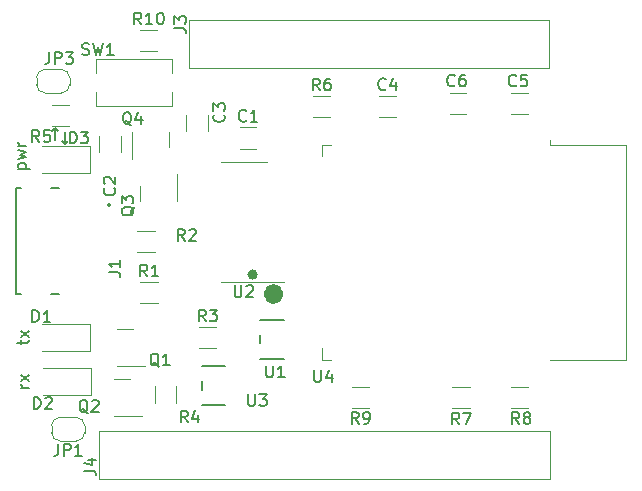
<source format=gto>
G04 #@! TF.GenerationSoftware,KiCad,Pcbnew,8.0.1-rc1*
G04 #@! TF.CreationDate,2024-03-16T10:29:41-04:00*
G04 #@! TF.ProjectId,keystone-esp,6b657973-746f-46e6-952d-6573702e6b69,rev?*
G04 #@! TF.SameCoordinates,Original*
G04 #@! TF.FileFunction,Legend,Top*
G04 #@! TF.FilePolarity,Positive*
%FSLAX46Y46*%
G04 Gerber Fmt 4.6, Leading zero omitted, Abs format (unit mm)*
G04 Created by KiCad (PCBNEW 8.0.1-rc1) date 2024-03-16 10:29:41*
%MOMM*%
%LPD*%
G01*
G04 APERTURE LIST*
%ADD10C,0.150000*%
%ADD11C,0.456000*%
%ADD12C,0.837000*%
%ADD13C,0.120000*%
%ADD14C,0.200000*%
%ADD15C,0.152400*%
%ADD16C,0.100000*%
G04 APERTURE END LIST*
D10*
X179832000Y-85090000D02*
X179578000Y-85344000D01*
X180721000Y-86487000D02*
X180975000Y-86233000D01*
D11*
X196824000Y-97536000D02*
G75*
G02*
X196368000Y-97536000I-228000J0D01*
G01*
X196368000Y-97536000D02*
G75*
G02*
X196824000Y-97536000I228000J0D01*
G01*
D10*
X180721000Y-85471000D02*
X180721000Y-86487000D01*
X180721000Y-86487000D02*
X180467000Y-86233000D01*
X179832000Y-85090000D02*
X180086000Y-85344000D01*
X179832000Y-86106000D02*
X179832000Y-85090000D01*
D12*
X198792500Y-99187000D02*
G75*
G02*
X197955500Y-99187000I-418500J0D01*
G01*
X197955500Y-99187000D02*
G75*
G02*
X198792500Y-99187000I418500J0D01*
G01*
D10*
X177003152Y-103438077D02*
X177003152Y-103057125D01*
X176669819Y-103295220D02*
X177526961Y-103295220D01*
X177526961Y-103295220D02*
X177622200Y-103247601D01*
X177622200Y-103247601D02*
X177669819Y-103152363D01*
X177669819Y-103152363D02*
X177669819Y-103057125D01*
X177669819Y-102819029D02*
X177003152Y-102295220D01*
X177003152Y-102819029D02*
X177669819Y-102295220D01*
X176749152Y-88563220D02*
X177749152Y-88563220D01*
X176796771Y-88563220D02*
X176749152Y-88467982D01*
X176749152Y-88467982D02*
X176749152Y-88277506D01*
X176749152Y-88277506D02*
X176796771Y-88182268D01*
X176796771Y-88182268D02*
X176844390Y-88134649D01*
X176844390Y-88134649D02*
X176939628Y-88087030D01*
X176939628Y-88087030D02*
X177225342Y-88087030D01*
X177225342Y-88087030D02*
X177320580Y-88134649D01*
X177320580Y-88134649D02*
X177368200Y-88182268D01*
X177368200Y-88182268D02*
X177415819Y-88277506D01*
X177415819Y-88277506D02*
X177415819Y-88467982D01*
X177415819Y-88467982D02*
X177368200Y-88563220D01*
X176749152Y-87753696D02*
X177415819Y-87563220D01*
X177415819Y-87563220D02*
X176939628Y-87372744D01*
X176939628Y-87372744D02*
X177415819Y-87182268D01*
X177415819Y-87182268D02*
X176749152Y-86991792D01*
X177415819Y-86610839D02*
X176749152Y-86610839D01*
X176939628Y-86610839D02*
X176844390Y-86563220D01*
X176844390Y-86563220D02*
X176796771Y-86515601D01*
X176796771Y-86515601D02*
X176749152Y-86420363D01*
X176749152Y-86420363D02*
X176749152Y-86325125D01*
X177669819Y-107105220D02*
X177003152Y-107105220D01*
X177193628Y-107105220D02*
X177098390Y-107057601D01*
X177098390Y-107057601D02*
X177050771Y-107009982D01*
X177050771Y-107009982D02*
X177003152Y-106914744D01*
X177003152Y-106914744D02*
X177003152Y-106819506D01*
X177669819Y-106581410D02*
X177003152Y-106057601D01*
X177003152Y-106581410D02*
X177669819Y-106057601D01*
X205573333Y-110182819D02*
X205240000Y-109706628D01*
X205001905Y-110182819D02*
X205001905Y-109182819D01*
X205001905Y-109182819D02*
X205382857Y-109182819D01*
X205382857Y-109182819D02*
X205478095Y-109230438D01*
X205478095Y-109230438D02*
X205525714Y-109278057D01*
X205525714Y-109278057D02*
X205573333Y-109373295D01*
X205573333Y-109373295D02*
X205573333Y-109516152D01*
X205573333Y-109516152D02*
X205525714Y-109611390D01*
X205525714Y-109611390D02*
X205478095Y-109659009D01*
X205478095Y-109659009D02*
X205382857Y-109706628D01*
X205382857Y-109706628D02*
X205001905Y-109706628D01*
X206049524Y-110182819D02*
X206240000Y-110182819D01*
X206240000Y-110182819D02*
X206335238Y-110135200D01*
X206335238Y-110135200D02*
X206382857Y-110087580D01*
X206382857Y-110087580D02*
X206478095Y-109944723D01*
X206478095Y-109944723D02*
X206525714Y-109754247D01*
X206525714Y-109754247D02*
X206525714Y-109373295D01*
X206525714Y-109373295D02*
X206478095Y-109278057D01*
X206478095Y-109278057D02*
X206430476Y-109230438D01*
X206430476Y-109230438D02*
X206335238Y-109182819D01*
X206335238Y-109182819D02*
X206144762Y-109182819D01*
X206144762Y-109182819D02*
X206049524Y-109230438D01*
X206049524Y-109230438D02*
X206001905Y-109278057D01*
X206001905Y-109278057D02*
X205954286Y-109373295D01*
X205954286Y-109373295D02*
X205954286Y-109611390D01*
X205954286Y-109611390D02*
X206001905Y-109706628D01*
X206001905Y-109706628D02*
X206049524Y-109754247D01*
X206049524Y-109754247D02*
X206144762Y-109801866D01*
X206144762Y-109801866D02*
X206335238Y-109801866D01*
X206335238Y-109801866D02*
X206430476Y-109754247D01*
X206430476Y-109754247D02*
X206478095Y-109706628D01*
X206478095Y-109706628D02*
X206525714Y-109611390D01*
X192619333Y-101504819D02*
X192286000Y-101028628D01*
X192047905Y-101504819D02*
X192047905Y-100504819D01*
X192047905Y-100504819D02*
X192428857Y-100504819D01*
X192428857Y-100504819D02*
X192524095Y-100552438D01*
X192524095Y-100552438D02*
X192571714Y-100600057D01*
X192571714Y-100600057D02*
X192619333Y-100695295D01*
X192619333Y-100695295D02*
X192619333Y-100838152D01*
X192619333Y-100838152D02*
X192571714Y-100933390D01*
X192571714Y-100933390D02*
X192524095Y-100981009D01*
X192524095Y-100981009D02*
X192428857Y-101028628D01*
X192428857Y-101028628D02*
X192047905Y-101028628D01*
X192952667Y-100504819D02*
X193571714Y-100504819D01*
X193571714Y-100504819D02*
X193238381Y-100885771D01*
X193238381Y-100885771D02*
X193381238Y-100885771D01*
X193381238Y-100885771D02*
X193476476Y-100933390D01*
X193476476Y-100933390D02*
X193524095Y-100981009D01*
X193524095Y-100981009D02*
X193571714Y-101076247D01*
X193571714Y-101076247D02*
X193571714Y-101314342D01*
X193571714Y-101314342D02*
X193524095Y-101409580D01*
X193524095Y-101409580D02*
X193476476Y-101457200D01*
X193476476Y-101457200D02*
X193381238Y-101504819D01*
X193381238Y-101504819D02*
X193095524Y-101504819D01*
X193095524Y-101504819D02*
X193000286Y-101457200D01*
X193000286Y-101457200D02*
X192952667Y-101409580D01*
X189954819Y-76660333D02*
X190669104Y-76660333D01*
X190669104Y-76660333D02*
X190811961Y-76707952D01*
X190811961Y-76707952D02*
X190907200Y-76803190D01*
X190907200Y-76803190D02*
X190954819Y-76946047D01*
X190954819Y-76946047D02*
X190954819Y-77041285D01*
X189954819Y-76279380D02*
X189954819Y-75660333D01*
X189954819Y-75660333D02*
X190335771Y-75993666D01*
X190335771Y-75993666D02*
X190335771Y-75850809D01*
X190335771Y-75850809D02*
X190383390Y-75755571D01*
X190383390Y-75755571D02*
X190431009Y-75707952D01*
X190431009Y-75707952D02*
X190526247Y-75660333D01*
X190526247Y-75660333D02*
X190764342Y-75660333D01*
X190764342Y-75660333D02*
X190859580Y-75707952D01*
X190859580Y-75707952D02*
X190907200Y-75755571D01*
X190907200Y-75755571D02*
X190954819Y-75850809D01*
X190954819Y-75850809D02*
X190954819Y-76136523D01*
X190954819Y-76136523D02*
X190907200Y-76231761D01*
X190907200Y-76231761D02*
X190859580Y-76279380D01*
X195072095Y-98445819D02*
X195072095Y-99255342D01*
X195072095Y-99255342D02*
X195119714Y-99350580D01*
X195119714Y-99350580D02*
X195167333Y-99398200D01*
X195167333Y-99398200D02*
X195262571Y-99445819D01*
X195262571Y-99445819D02*
X195453047Y-99445819D01*
X195453047Y-99445819D02*
X195548285Y-99398200D01*
X195548285Y-99398200D02*
X195595904Y-99350580D01*
X195595904Y-99350580D02*
X195643523Y-99255342D01*
X195643523Y-99255342D02*
X195643523Y-98445819D01*
X196072095Y-98541057D02*
X196119714Y-98493438D01*
X196119714Y-98493438D02*
X196214952Y-98445819D01*
X196214952Y-98445819D02*
X196453047Y-98445819D01*
X196453047Y-98445819D02*
X196548285Y-98493438D01*
X196548285Y-98493438D02*
X196595904Y-98541057D01*
X196595904Y-98541057D02*
X196643523Y-98636295D01*
X196643523Y-98636295D02*
X196643523Y-98731533D01*
X196643523Y-98731533D02*
X196595904Y-98874390D01*
X196595904Y-98874390D02*
X196024476Y-99445819D01*
X196024476Y-99445819D02*
X196643523Y-99445819D01*
X182181667Y-78893200D02*
X182324524Y-78940819D01*
X182324524Y-78940819D02*
X182562619Y-78940819D01*
X182562619Y-78940819D02*
X182657857Y-78893200D01*
X182657857Y-78893200D02*
X182705476Y-78845580D01*
X182705476Y-78845580D02*
X182753095Y-78750342D01*
X182753095Y-78750342D02*
X182753095Y-78655104D01*
X182753095Y-78655104D02*
X182705476Y-78559866D01*
X182705476Y-78559866D02*
X182657857Y-78512247D01*
X182657857Y-78512247D02*
X182562619Y-78464628D01*
X182562619Y-78464628D02*
X182372143Y-78417009D01*
X182372143Y-78417009D02*
X182276905Y-78369390D01*
X182276905Y-78369390D02*
X182229286Y-78321771D01*
X182229286Y-78321771D02*
X182181667Y-78226533D01*
X182181667Y-78226533D02*
X182181667Y-78131295D01*
X182181667Y-78131295D02*
X182229286Y-78036057D01*
X182229286Y-78036057D02*
X182276905Y-77988438D01*
X182276905Y-77988438D02*
X182372143Y-77940819D01*
X182372143Y-77940819D02*
X182610238Y-77940819D01*
X182610238Y-77940819D02*
X182753095Y-77988438D01*
X183086429Y-77940819D02*
X183324524Y-78940819D01*
X183324524Y-78940819D02*
X183515000Y-78226533D01*
X183515000Y-78226533D02*
X183705476Y-78940819D01*
X183705476Y-78940819D02*
X183943572Y-77940819D01*
X184848333Y-78940819D02*
X184276905Y-78940819D01*
X184562619Y-78940819D02*
X184562619Y-77940819D01*
X184562619Y-77940819D02*
X184467381Y-78083676D01*
X184467381Y-78083676D02*
X184372143Y-78178914D01*
X184372143Y-78178914D02*
X184276905Y-78226533D01*
X184404819Y-97317333D02*
X185119104Y-97317333D01*
X185119104Y-97317333D02*
X185261961Y-97364952D01*
X185261961Y-97364952D02*
X185357200Y-97460190D01*
X185357200Y-97460190D02*
X185404819Y-97603047D01*
X185404819Y-97603047D02*
X185404819Y-97698285D01*
X185404819Y-96317333D02*
X185404819Y-96888761D01*
X185404819Y-96603047D02*
X184404819Y-96603047D01*
X184404819Y-96603047D02*
X184547676Y-96698285D01*
X184547676Y-96698285D02*
X184642914Y-96793523D01*
X184642914Y-96793523D02*
X184690533Y-96888761D01*
X196048333Y-84488580D02*
X196000714Y-84536200D01*
X196000714Y-84536200D02*
X195857857Y-84583819D01*
X195857857Y-84583819D02*
X195762619Y-84583819D01*
X195762619Y-84583819D02*
X195619762Y-84536200D01*
X195619762Y-84536200D02*
X195524524Y-84440961D01*
X195524524Y-84440961D02*
X195476905Y-84345723D01*
X195476905Y-84345723D02*
X195429286Y-84155247D01*
X195429286Y-84155247D02*
X195429286Y-84012390D01*
X195429286Y-84012390D02*
X195476905Y-83821914D01*
X195476905Y-83821914D02*
X195524524Y-83726676D01*
X195524524Y-83726676D02*
X195619762Y-83631438D01*
X195619762Y-83631438D02*
X195762619Y-83583819D01*
X195762619Y-83583819D02*
X195857857Y-83583819D01*
X195857857Y-83583819D02*
X196000714Y-83631438D01*
X196000714Y-83631438D02*
X196048333Y-83679057D01*
X197000714Y-84583819D02*
X196429286Y-84583819D01*
X196715000Y-84583819D02*
X196715000Y-83583819D01*
X196715000Y-83583819D02*
X196619762Y-83726676D01*
X196619762Y-83726676D02*
X196524524Y-83821914D01*
X196524524Y-83821914D02*
X196429286Y-83869533D01*
X179379666Y-78702819D02*
X179379666Y-79417104D01*
X179379666Y-79417104D02*
X179332047Y-79559961D01*
X179332047Y-79559961D02*
X179236809Y-79655200D01*
X179236809Y-79655200D02*
X179093952Y-79702819D01*
X179093952Y-79702819D02*
X178998714Y-79702819D01*
X179855857Y-79702819D02*
X179855857Y-78702819D01*
X179855857Y-78702819D02*
X180236809Y-78702819D01*
X180236809Y-78702819D02*
X180332047Y-78750438D01*
X180332047Y-78750438D02*
X180379666Y-78798057D01*
X180379666Y-78798057D02*
X180427285Y-78893295D01*
X180427285Y-78893295D02*
X180427285Y-79036152D01*
X180427285Y-79036152D02*
X180379666Y-79131390D01*
X180379666Y-79131390D02*
X180332047Y-79179009D01*
X180332047Y-79179009D02*
X180236809Y-79226628D01*
X180236809Y-79226628D02*
X179855857Y-79226628D01*
X180760619Y-78702819D02*
X181379666Y-78702819D01*
X181379666Y-78702819D02*
X181046333Y-79083771D01*
X181046333Y-79083771D02*
X181189190Y-79083771D01*
X181189190Y-79083771D02*
X181284428Y-79131390D01*
X181284428Y-79131390D02*
X181332047Y-79179009D01*
X181332047Y-79179009D02*
X181379666Y-79274247D01*
X181379666Y-79274247D02*
X181379666Y-79512342D01*
X181379666Y-79512342D02*
X181332047Y-79607580D01*
X181332047Y-79607580D02*
X181284428Y-79655200D01*
X181284428Y-79655200D02*
X181189190Y-79702819D01*
X181189190Y-79702819D02*
X180903476Y-79702819D01*
X180903476Y-79702819D02*
X180808238Y-79655200D01*
X180808238Y-79655200D02*
X180760619Y-79607580D01*
X187164142Y-76358819D02*
X186830809Y-75882628D01*
X186592714Y-76358819D02*
X186592714Y-75358819D01*
X186592714Y-75358819D02*
X186973666Y-75358819D01*
X186973666Y-75358819D02*
X187068904Y-75406438D01*
X187068904Y-75406438D02*
X187116523Y-75454057D01*
X187116523Y-75454057D02*
X187164142Y-75549295D01*
X187164142Y-75549295D02*
X187164142Y-75692152D01*
X187164142Y-75692152D02*
X187116523Y-75787390D01*
X187116523Y-75787390D02*
X187068904Y-75835009D01*
X187068904Y-75835009D02*
X186973666Y-75882628D01*
X186973666Y-75882628D02*
X186592714Y-75882628D01*
X188116523Y-76358819D02*
X187545095Y-76358819D01*
X187830809Y-76358819D02*
X187830809Y-75358819D01*
X187830809Y-75358819D02*
X187735571Y-75501676D01*
X187735571Y-75501676D02*
X187640333Y-75596914D01*
X187640333Y-75596914D02*
X187545095Y-75644533D01*
X188735571Y-75358819D02*
X188830809Y-75358819D01*
X188830809Y-75358819D02*
X188926047Y-75406438D01*
X188926047Y-75406438D02*
X188973666Y-75454057D01*
X188973666Y-75454057D02*
X189021285Y-75549295D01*
X189021285Y-75549295D02*
X189068904Y-75739771D01*
X189068904Y-75739771D02*
X189068904Y-75977866D01*
X189068904Y-75977866D02*
X189021285Y-76168342D01*
X189021285Y-76168342D02*
X188973666Y-76263580D01*
X188973666Y-76263580D02*
X188926047Y-76311200D01*
X188926047Y-76311200D02*
X188830809Y-76358819D01*
X188830809Y-76358819D02*
X188735571Y-76358819D01*
X188735571Y-76358819D02*
X188640333Y-76311200D01*
X188640333Y-76311200D02*
X188592714Y-76263580D01*
X188592714Y-76263580D02*
X188545095Y-76168342D01*
X188545095Y-76168342D02*
X188497476Y-75977866D01*
X188497476Y-75977866D02*
X188497476Y-75739771D01*
X188497476Y-75739771D02*
X188545095Y-75549295D01*
X188545095Y-75549295D02*
X188592714Y-75454057D01*
X188592714Y-75454057D02*
X188640333Y-75406438D01*
X188640333Y-75406438D02*
X188735571Y-75358819D01*
X196215095Y-107658819D02*
X196215095Y-108468342D01*
X196215095Y-108468342D02*
X196262714Y-108563580D01*
X196262714Y-108563580D02*
X196310333Y-108611200D01*
X196310333Y-108611200D02*
X196405571Y-108658819D01*
X196405571Y-108658819D02*
X196596047Y-108658819D01*
X196596047Y-108658819D02*
X196691285Y-108611200D01*
X196691285Y-108611200D02*
X196738904Y-108563580D01*
X196738904Y-108563580D02*
X196786523Y-108468342D01*
X196786523Y-108468342D02*
X196786523Y-107658819D01*
X197167476Y-107658819D02*
X197786523Y-107658819D01*
X197786523Y-107658819D02*
X197453190Y-108039771D01*
X197453190Y-108039771D02*
X197596047Y-108039771D01*
X197596047Y-108039771D02*
X197691285Y-108087390D01*
X197691285Y-108087390D02*
X197738904Y-108135009D01*
X197738904Y-108135009D02*
X197786523Y-108230247D01*
X197786523Y-108230247D02*
X197786523Y-108468342D01*
X197786523Y-108468342D02*
X197738904Y-108563580D01*
X197738904Y-108563580D02*
X197691285Y-108611200D01*
X197691285Y-108611200D02*
X197596047Y-108658819D01*
X197596047Y-108658819D02*
X197310333Y-108658819D01*
X197310333Y-108658819D02*
X197215095Y-108611200D01*
X197215095Y-108611200D02*
X197167476Y-108563580D01*
X191095334Y-110055819D02*
X190762001Y-109579628D01*
X190523906Y-110055819D02*
X190523906Y-109055819D01*
X190523906Y-109055819D02*
X190904858Y-109055819D01*
X190904858Y-109055819D02*
X191000096Y-109103438D01*
X191000096Y-109103438D02*
X191047715Y-109151057D01*
X191047715Y-109151057D02*
X191095334Y-109246295D01*
X191095334Y-109246295D02*
X191095334Y-109389152D01*
X191095334Y-109389152D02*
X191047715Y-109484390D01*
X191047715Y-109484390D02*
X191000096Y-109532009D01*
X191000096Y-109532009D02*
X190904858Y-109579628D01*
X190904858Y-109579628D02*
X190523906Y-109579628D01*
X191952477Y-109389152D02*
X191952477Y-110055819D01*
X191714382Y-109008200D02*
X191476287Y-109722485D01*
X191476287Y-109722485D02*
X192095334Y-109722485D01*
X186340761Y-84878057D02*
X186245523Y-84830438D01*
X186245523Y-84830438D02*
X186150285Y-84735200D01*
X186150285Y-84735200D02*
X186007428Y-84592342D01*
X186007428Y-84592342D02*
X185912190Y-84544723D01*
X185912190Y-84544723D02*
X185816952Y-84544723D01*
X185864571Y-84782819D02*
X185769333Y-84735200D01*
X185769333Y-84735200D02*
X185674095Y-84639961D01*
X185674095Y-84639961D02*
X185626476Y-84449485D01*
X185626476Y-84449485D02*
X185626476Y-84116152D01*
X185626476Y-84116152D02*
X185674095Y-83925676D01*
X185674095Y-83925676D02*
X185769333Y-83830438D01*
X185769333Y-83830438D02*
X185864571Y-83782819D01*
X185864571Y-83782819D02*
X186055047Y-83782819D01*
X186055047Y-83782819D02*
X186150285Y-83830438D01*
X186150285Y-83830438D02*
X186245523Y-83925676D01*
X186245523Y-83925676D02*
X186293142Y-84116152D01*
X186293142Y-84116152D02*
X186293142Y-84449485D01*
X186293142Y-84449485D02*
X186245523Y-84639961D01*
X186245523Y-84639961D02*
X186150285Y-84735200D01*
X186150285Y-84735200D02*
X186055047Y-84782819D01*
X186055047Y-84782819D02*
X185864571Y-84782819D01*
X187150285Y-84116152D02*
X187150285Y-84782819D01*
X186912190Y-83735200D02*
X186674095Y-84449485D01*
X186674095Y-84449485D02*
X187293142Y-84449485D01*
X194161580Y-83986666D02*
X194209200Y-84034285D01*
X194209200Y-84034285D02*
X194256819Y-84177142D01*
X194256819Y-84177142D02*
X194256819Y-84272380D01*
X194256819Y-84272380D02*
X194209200Y-84415237D01*
X194209200Y-84415237D02*
X194113961Y-84510475D01*
X194113961Y-84510475D02*
X194018723Y-84558094D01*
X194018723Y-84558094D02*
X193828247Y-84605713D01*
X193828247Y-84605713D02*
X193685390Y-84605713D01*
X193685390Y-84605713D02*
X193494914Y-84558094D01*
X193494914Y-84558094D02*
X193399676Y-84510475D01*
X193399676Y-84510475D02*
X193304438Y-84415237D01*
X193304438Y-84415237D02*
X193256819Y-84272380D01*
X193256819Y-84272380D02*
X193256819Y-84177142D01*
X193256819Y-84177142D02*
X193304438Y-84034285D01*
X193304438Y-84034285D02*
X193352057Y-83986666D01*
X193256819Y-83653332D02*
X193256819Y-83034285D01*
X193256819Y-83034285D02*
X193637771Y-83367618D01*
X193637771Y-83367618D02*
X193637771Y-83224761D01*
X193637771Y-83224761D02*
X193685390Y-83129523D01*
X193685390Y-83129523D02*
X193733009Y-83081904D01*
X193733009Y-83081904D02*
X193828247Y-83034285D01*
X193828247Y-83034285D02*
X194066342Y-83034285D01*
X194066342Y-83034285D02*
X194161580Y-83081904D01*
X194161580Y-83081904D02*
X194209200Y-83129523D01*
X194209200Y-83129523D02*
X194256819Y-83224761D01*
X194256819Y-83224761D02*
X194256819Y-83510475D01*
X194256819Y-83510475D02*
X194209200Y-83605713D01*
X194209200Y-83605713D02*
X194161580Y-83653332D01*
X202271333Y-81946819D02*
X201938000Y-81470628D01*
X201699905Y-81946819D02*
X201699905Y-80946819D01*
X201699905Y-80946819D02*
X202080857Y-80946819D01*
X202080857Y-80946819D02*
X202176095Y-80994438D01*
X202176095Y-80994438D02*
X202223714Y-81042057D01*
X202223714Y-81042057D02*
X202271333Y-81137295D01*
X202271333Y-81137295D02*
X202271333Y-81280152D01*
X202271333Y-81280152D02*
X202223714Y-81375390D01*
X202223714Y-81375390D02*
X202176095Y-81423009D01*
X202176095Y-81423009D02*
X202080857Y-81470628D01*
X202080857Y-81470628D02*
X201699905Y-81470628D01*
X203128476Y-80946819D02*
X202938000Y-80946819D01*
X202938000Y-80946819D02*
X202842762Y-80994438D01*
X202842762Y-80994438D02*
X202795143Y-81042057D01*
X202795143Y-81042057D02*
X202699905Y-81184914D01*
X202699905Y-81184914D02*
X202652286Y-81375390D01*
X202652286Y-81375390D02*
X202652286Y-81756342D01*
X202652286Y-81756342D02*
X202699905Y-81851580D01*
X202699905Y-81851580D02*
X202747524Y-81899200D01*
X202747524Y-81899200D02*
X202842762Y-81946819D01*
X202842762Y-81946819D02*
X203033238Y-81946819D01*
X203033238Y-81946819D02*
X203128476Y-81899200D01*
X203128476Y-81899200D02*
X203176095Y-81851580D01*
X203176095Y-81851580D02*
X203223714Y-81756342D01*
X203223714Y-81756342D02*
X203223714Y-81518247D01*
X203223714Y-81518247D02*
X203176095Y-81423009D01*
X203176095Y-81423009D02*
X203128476Y-81375390D01*
X203128476Y-81375390D02*
X203033238Y-81327771D01*
X203033238Y-81327771D02*
X202842762Y-81327771D01*
X202842762Y-81327771D02*
X202747524Y-81375390D01*
X202747524Y-81375390D02*
X202699905Y-81423009D01*
X202699905Y-81423009D02*
X202652286Y-81518247D01*
X182334819Y-114125333D02*
X183049104Y-114125333D01*
X183049104Y-114125333D02*
X183191961Y-114172952D01*
X183191961Y-114172952D02*
X183287200Y-114268190D01*
X183287200Y-114268190D02*
X183334819Y-114411047D01*
X183334819Y-114411047D02*
X183334819Y-114506285D01*
X182668152Y-113220571D02*
X183334819Y-113220571D01*
X182287200Y-113458666D02*
X183001485Y-113696761D01*
X183001485Y-113696761D02*
X183001485Y-113077714D01*
X213701333Y-81512580D02*
X213653714Y-81560200D01*
X213653714Y-81560200D02*
X213510857Y-81607819D01*
X213510857Y-81607819D02*
X213415619Y-81607819D01*
X213415619Y-81607819D02*
X213272762Y-81560200D01*
X213272762Y-81560200D02*
X213177524Y-81464961D01*
X213177524Y-81464961D02*
X213129905Y-81369723D01*
X213129905Y-81369723D02*
X213082286Y-81179247D01*
X213082286Y-81179247D02*
X213082286Y-81036390D01*
X213082286Y-81036390D02*
X213129905Y-80845914D01*
X213129905Y-80845914D02*
X213177524Y-80750676D01*
X213177524Y-80750676D02*
X213272762Y-80655438D01*
X213272762Y-80655438D02*
X213415619Y-80607819D01*
X213415619Y-80607819D02*
X213510857Y-80607819D01*
X213510857Y-80607819D02*
X213653714Y-80655438D01*
X213653714Y-80655438D02*
X213701333Y-80703057D01*
X214558476Y-80607819D02*
X214368000Y-80607819D01*
X214368000Y-80607819D02*
X214272762Y-80655438D01*
X214272762Y-80655438D02*
X214225143Y-80703057D01*
X214225143Y-80703057D02*
X214129905Y-80845914D01*
X214129905Y-80845914D02*
X214082286Y-81036390D01*
X214082286Y-81036390D02*
X214082286Y-81417342D01*
X214082286Y-81417342D02*
X214129905Y-81512580D01*
X214129905Y-81512580D02*
X214177524Y-81560200D01*
X214177524Y-81560200D02*
X214272762Y-81607819D01*
X214272762Y-81607819D02*
X214463238Y-81607819D01*
X214463238Y-81607819D02*
X214558476Y-81560200D01*
X214558476Y-81560200D02*
X214606095Y-81512580D01*
X214606095Y-81512580D02*
X214653714Y-81417342D01*
X214653714Y-81417342D02*
X214653714Y-81179247D01*
X214653714Y-81179247D02*
X214606095Y-81084009D01*
X214606095Y-81084009D02*
X214558476Y-81036390D01*
X214558476Y-81036390D02*
X214463238Y-80988771D01*
X214463238Y-80988771D02*
X214272762Y-80988771D01*
X214272762Y-80988771D02*
X214177524Y-81036390D01*
X214177524Y-81036390D02*
X214129905Y-81084009D01*
X214129905Y-81084009D02*
X214082286Y-81179247D01*
X187666333Y-97694819D02*
X187333000Y-97218628D01*
X187094905Y-97694819D02*
X187094905Y-96694819D01*
X187094905Y-96694819D02*
X187475857Y-96694819D01*
X187475857Y-96694819D02*
X187571095Y-96742438D01*
X187571095Y-96742438D02*
X187618714Y-96790057D01*
X187618714Y-96790057D02*
X187666333Y-96885295D01*
X187666333Y-96885295D02*
X187666333Y-97028152D01*
X187666333Y-97028152D02*
X187618714Y-97123390D01*
X187618714Y-97123390D02*
X187571095Y-97171009D01*
X187571095Y-97171009D02*
X187475857Y-97218628D01*
X187475857Y-97218628D02*
X187094905Y-97218628D01*
X188618714Y-97694819D02*
X188047286Y-97694819D01*
X188333000Y-97694819D02*
X188333000Y-96694819D01*
X188333000Y-96694819D02*
X188237762Y-96837676D01*
X188237762Y-96837676D02*
X188142524Y-96932914D01*
X188142524Y-96932914D02*
X188047286Y-96980533D01*
X214082333Y-110224819D02*
X213749000Y-109748628D01*
X213510905Y-110224819D02*
X213510905Y-109224819D01*
X213510905Y-109224819D02*
X213891857Y-109224819D01*
X213891857Y-109224819D02*
X213987095Y-109272438D01*
X213987095Y-109272438D02*
X214034714Y-109320057D01*
X214034714Y-109320057D02*
X214082333Y-109415295D01*
X214082333Y-109415295D02*
X214082333Y-109558152D01*
X214082333Y-109558152D02*
X214034714Y-109653390D01*
X214034714Y-109653390D02*
X213987095Y-109701009D01*
X213987095Y-109701009D02*
X213891857Y-109748628D01*
X213891857Y-109748628D02*
X213510905Y-109748628D01*
X214415667Y-109224819D02*
X215082333Y-109224819D01*
X215082333Y-109224819D02*
X214653762Y-110224819D01*
X186605057Y-91789238D02*
X186557438Y-91884476D01*
X186557438Y-91884476D02*
X186462200Y-91979714D01*
X186462200Y-91979714D02*
X186319342Y-92122571D01*
X186319342Y-92122571D02*
X186271723Y-92217809D01*
X186271723Y-92217809D02*
X186271723Y-92313047D01*
X186509819Y-92265428D02*
X186462200Y-92360666D01*
X186462200Y-92360666D02*
X186366961Y-92455904D01*
X186366961Y-92455904D02*
X186176485Y-92503523D01*
X186176485Y-92503523D02*
X185843152Y-92503523D01*
X185843152Y-92503523D02*
X185652676Y-92455904D01*
X185652676Y-92455904D02*
X185557438Y-92360666D01*
X185557438Y-92360666D02*
X185509819Y-92265428D01*
X185509819Y-92265428D02*
X185509819Y-92074952D01*
X185509819Y-92074952D02*
X185557438Y-91979714D01*
X185557438Y-91979714D02*
X185652676Y-91884476D01*
X185652676Y-91884476D02*
X185843152Y-91836857D01*
X185843152Y-91836857D02*
X186176485Y-91836857D01*
X186176485Y-91836857D02*
X186366961Y-91884476D01*
X186366961Y-91884476D02*
X186462200Y-91979714D01*
X186462200Y-91979714D02*
X186509819Y-92074952D01*
X186509819Y-92074952D02*
X186509819Y-92265428D01*
X185509819Y-91503523D02*
X185509819Y-90884476D01*
X185509819Y-90884476D02*
X185890771Y-91217809D01*
X185890771Y-91217809D02*
X185890771Y-91074952D01*
X185890771Y-91074952D02*
X185938390Y-90979714D01*
X185938390Y-90979714D02*
X185986009Y-90932095D01*
X185986009Y-90932095D02*
X186081247Y-90884476D01*
X186081247Y-90884476D02*
X186319342Y-90884476D01*
X186319342Y-90884476D02*
X186414580Y-90932095D01*
X186414580Y-90932095D02*
X186462200Y-90979714D01*
X186462200Y-90979714D02*
X186509819Y-91074952D01*
X186509819Y-91074952D02*
X186509819Y-91360666D01*
X186509819Y-91360666D02*
X186462200Y-91455904D01*
X186462200Y-91455904D02*
X186414580Y-91503523D01*
X184890580Y-90209666D02*
X184938200Y-90257285D01*
X184938200Y-90257285D02*
X184985819Y-90400142D01*
X184985819Y-90400142D02*
X184985819Y-90495380D01*
X184985819Y-90495380D02*
X184938200Y-90638237D01*
X184938200Y-90638237D02*
X184842961Y-90733475D01*
X184842961Y-90733475D02*
X184747723Y-90781094D01*
X184747723Y-90781094D02*
X184557247Y-90828713D01*
X184557247Y-90828713D02*
X184414390Y-90828713D01*
X184414390Y-90828713D02*
X184223914Y-90781094D01*
X184223914Y-90781094D02*
X184128676Y-90733475D01*
X184128676Y-90733475D02*
X184033438Y-90638237D01*
X184033438Y-90638237D02*
X183985819Y-90495380D01*
X183985819Y-90495380D02*
X183985819Y-90400142D01*
X183985819Y-90400142D02*
X184033438Y-90257285D01*
X184033438Y-90257285D02*
X184081057Y-90209666D01*
X184081057Y-89828713D02*
X184033438Y-89781094D01*
X184033438Y-89781094D02*
X183985819Y-89685856D01*
X183985819Y-89685856D02*
X183985819Y-89447761D01*
X183985819Y-89447761D02*
X184033438Y-89352523D01*
X184033438Y-89352523D02*
X184081057Y-89304904D01*
X184081057Y-89304904D02*
X184176295Y-89257285D01*
X184176295Y-89257285D02*
X184271533Y-89257285D01*
X184271533Y-89257285D02*
X184414390Y-89304904D01*
X184414390Y-89304904D02*
X184985819Y-89876332D01*
X184985819Y-89876332D02*
X184985819Y-89257285D01*
X190841333Y-94688819D02*
X190508000Y-94212628D01*
X190269905Y-94688819D02*
X190269905Y-93688819D01*
X190269905Y-93688819D02*
X190650857Y-93688819D01*
X190650857Y-93688819D02*
X190746095Y-93736438D01*
X190746095Y-93736438D02*
X190793714Y-93784057D01*
X190793714Y-93784057D02*
X190841333Y-93879295D01*
X190841333Y-93879295D02*
X190841333Y-94022152D01*
X190841333Y-94022152D02*
X190793714Y-94117390D01*
X190793714Y-94117390D02*
X190746095Y-94165009D01*
X190746095Y-94165009D02*
X190650857Y-94212628D01*
X190650857Y-94212628D02*
X190269905Y-94212628D01*
X191222286Y-93784057D02*
X191269905Y-93736438D01*
X191269905Y-93736438D02*
X191365143Y-93688819D01*
X191365143Y-93688819D02*
X191603238Y-93688819D01*
X191603238Y-93688819D02*
X191698476Y-93736438D01*
X191698476Y-93736438D02*
X191746095Y-93784057D01*
X191746095Y-93784057D02*
X191793714Y-93879295D01*
X191793714Y-93879295D02*
X191793714Y-93974533D01*
X191793714Y-93974533D02*
X191746095Y-94117390D01*
X191746095Y-94117390D02*
X191174667Y-94688819D01*
X191174667Y-94688819D02*
X191793714Y-94688819D01*
X181125906Y-86433818D02*
X181125906Y-85433818D01*
X181125906Y-85433818D02*
X181364001Y-85433818D01*
X181364001Y-85433818D02*
X181506858Y-85481437D01*
X181506858Y-85481437D02*
X181602096Y-85576675D01*
X181602096Y-85576675D02*
X181649715Y-85671913D01*
X181649715Y-85671913D02*
X181697334Y-85862389D01*
X181697334Y-85862389D02*
X181697334Y-86005246D01*
X181697334Y-86005246D02*
X181649715Y-86195722D01*
X181649715Y-86195722D02*
X181602096Y-86290960D01*
X181602096Y-86290960D02*
X181506858Y-86386199D01*
X181506858Y-86386199D02*
X181364001Y-86433818D01*
X181364001Y-86433818D02*
X181125906Y-86433818D01*
X182030668Y-85433818D02*
X182649715Y-85433818D01*
X182649715Y-85433818D02*
X182316382Y-85814770D01*
X182316382Y-85814770D02*
X182459239Y-85814770D01*
X182459239Y-85814770D02*
X182554477Y-85862389D01*
X182554477Y-85862389D02*
X182602096Y-85910008D01*
X182602096Y-85910008D02*
X182649715Y-86005246D01*
X182649715Y-86005246D02*
X182649715Y-86243341D01*
X182649715Y-86243341D02*
X182602096Y-86338579D01*
X182602096Y-86338579D02*
X182554477Y-86386199D01*
X182554477Y-86386199D02*
X182459239Y-86433818D01*
X182459239Y-86433818D02*
X182173525Y-86433818D01*
X182173525Y-86433818D02*
X182078287Y-86386199D01*
X182078287Y-86386199D02*
X182030668Y-86338579D01*
X219162333Y-110182819D02*
X218829000Y-109706628D01*
X218590905Y-110182819D02*
X218590905Y-109182819D01*
X218590905Y-109182819D02*
X218971857Y-109182819D01*
X218971857Y-109182819D02*
X219067095Y-109230438D01*
X219067095Y-109230438D02*
X219114714Y-109278057D01*
X219114714Y-109278057D02*
X219162333Y-109373295D01*
X219162333Y-109373295D02*
X219162333Y-109516152D01*
X219162333Y-109516152D02*
X219114714Y-109611390D01*
X219114714Y-109611390D02*
X219067095Y-109659009D01*
X219067095Y-109659009D02*
X218971857Y-109706628D01*
X218971857Y-109706628D02*
X218590905Y-109706628D01*
X219733762Y-109611390D02*
X219638524Y-109563771D01*
X219638524Y-109563771D02*
X219590905Y-109516152D01*
X219590905Y-109516152D02*
X219543286Y-109420914D01*
X219543286Y-109420914D02*
X219543286Y-109373295D01*
X219543286Y-109373295D02*
X219590905Y-109278057D01*
X219590905Y-109278057D02*
X219638524Y-109230438D01*
X219638524Y-109230438D02*
X219733762Y-109182819D01*
X219733762Y-109182819D02*
X219924238Y-109182819D01*
X219924238Y-109182819D02*
X220019476Y-109230438D01*
X220019476Y-109230438D02*
X220067095Y-109278057D01*
X220067095Y-109278057D02*
X220114714Y-109373295D01*
X220114714Y-109373295D02*
X220114714Y-109420914D01*
X220114714Y-109420914D02*
X220067095Y-109516152D01*
X220067095Y-109516152D02*
X220019476Y-109563771D01*
X220019476Y-109563771D02*
X219924238Y-109611390D01*
X219924238Y-109611390D02*
X219733762Y-109611390D01*
X219733762Y-109611390D02*
X219638524Y-109659009D01*
X219638524Y-109659009D02*
X219590905Y-109706628D01*
X219590905Y-109706628D02*
X219543286Y-109801866D01*
X219543286Y-109801866D02*
X219543286Y-109992342D01*
X219543286Y-109992342D02*
X219590905Y-110087580D01*
X219590905Y-110087580D02*
X219638524Y-110135200D01*
X219638524Y-110135200D02*
X219733762Y-110182819D01*
X219733762Y-110182819D02*
X219924238Y-110182819D01*
X219924238Y-110182819D02*
X220019476Y-110135200D01*
X220019476Y-110135200D02*
X220067095Y-110087580D01*
X220067095Y-110087580D02*
X220114714Y-109992342D01*
X220114714Y-109992342D02*
X220114714Y-109801866D01*
X220114714Y-109801866D02*
X220067095Y-109706628D01*
X220067095Y-109706628D02*
X220019476Y-109659009D01*
X220019476Y-109659009D02*
X219924238Y-109611390D01*
X182657761Y-109262057D02*
X182562523Y-109214438D01*
X182562523Y-109214438D02*
X182467285Y-109119200D01*
X182467285Y-109119200D02*
X182324428Y-108976342D01*
X182324428Y-108976342D02*
X182229190Y-108928723D01*
X182229190Y-108928723D02*
X182133952Y-108928723D01*
X182181571Y-109166819D02*
X182086333Y-109119200D01*
X182086333Y-109119200D02*
X181991095Y-109023961D01*
X181991095Y-109023961D02*
X181943476Y-108833485D01*
X181943476Y-108833485D02*
X181943476Y-108500152D01*
X181943476Y-108500152D02*
X181991095Y-108309676D01*
X181991095Y-108309676D02*
X182086333Y-108214438D01*
X182086333Y-108214438D02*
X182181571Y-108166819D01*
X182181571Y-108166819D02*
X182372047Y-108166819D01*
X182372047Y-108166819D02*
X182467285Y-108214438D01*
X182467285Y-108214438D02*
X182562523Y-108309676D01*
X182562523Y-108309676D02*
X182610142Y-108500152D01*
X182610142Y-108500152D02*
X182610142Y-108833485D01*
X182610142Y-108833485D02*
X182562523Y-109023961D01*
X182562523Y-109023961D02*
X182467285Y-109119200D01*
X182467285Y-109119200D02*
X182372047Y-109166819D01*
X182372047Y-109166819D02*
X182181571Y-109166819D01*
X182991095Y-108262057D02*
X183038714Y-108214438D01*
X183038714Y-108214438D02*
X183133952Y-108166819D01*
X183133952Y-108166819D02*
X183372047Y-108166819D01*
X183372047Y-108166819D02*
X183467285Y-108214438D01*
X183467285Y-108214438D02*
X183514904Y-108262057D01*
X183514904Y-108262057D02*
X183562523Y-108357295D01*
X183562523Y-108357295D02*
X183562523Y-108452533D01*
X183562523Y-108452533D02*
X183514904Y-108595390D01*
X183514904Y-108595390D02*
X182943476Y-109166819D01*
X182943476Y-109166819D02*
X183562523Y-109166819D01*
X201803095Y-105626819D02*
X201803095Y-106436342D01*
X201803095Y-106436342D02*
X201850714Y-106531580D01*
X201850714Y-106531580D02*
X201898333Y-106579200D01*
X201898333Y-106579200D02*
X201993571Y-106626819D01*
X201993571Y-106626819D02*
X202184047Y-106626819D01*
X202184047Y-106626819D02*
X202279285Y-106579200D01*
X202279285Y-106579200D02*
X202326904Y-106531580D01*
X202326904Y-106531580D02*
X202374523Y-106436342D01*
X202374523Y-106436342D02*
X202374523Y-105626819D01*
X203279285Y-105960152D02*
X203279285Y-106626819D01*
X203041190Y-105579200D02*
X202803095Y-106293485D01*
X202803095Y-106293485D02*
X203422142Y-106293485D01*
X180141666Y-111871819D02*
X180141666Y-112586104D01*
X180141666Y-112586104D02*
X180094047Y-112728961D01*
X180094047Y-112728961D02*
X179998809Y-112824200D01*
X179998809Y-112824200D02*
X179855952Y-112871819D01*
X179855952Y-112871819D02*
X179760714Y-112871819D01*
X180617857Y-112871819D02*
X180617857Y-111871819D01*
X180617857Y-111871819D02*
X180998809Y-111871819D01*
X180998809Y-111871819D02*
X181094047Y-111919438D01*
X181094047Y-111919438D02*
X181141666Y-111967057D01*
X181141666Y-111967057D02*
X181189285Y-112062295D01*
X181189285Y-112062295D02*
X181189285Y-112205152D01*
X181189285Y-112205152D02*
X181141666Y-112300390D01*
X181141666Y-112300390D02*
X181094047Y-112348009D01*
X181094047Y-112348009D02*
X180998809Y-112395628D01*
X180998809Y-112395628D02*
X180617857Y-112395628D01*
X182141666Y-112871819D02*
X181570238Y-112871819D01*
X181855952Y-112871819D02*
X181855952Y-111871819D01*
X181855952Y-111871819D02*
X181760714Y-112014676D01*
X181760714Y-112014676D02*
X181665476Y-112109914D01*
X181665476Y-112109914D02*
X181570238Y-112157533D01*
X197739095Y-105245819D02*
X197739095Y-106055342D01*
X197739095Y-106055342D02*
X197786714Y-106150580D01*
X197786714Y-106150580D02*
X197834333Y-106198200D01*
X197834333Y-106198200D02*
X197929571Y-106245819D01*
X197929571Y-106245819D02*
X198120047Y-106245819D01*
X198120047Y-106245819D02*
X198215285Y-106198200D01*
X198215285Y-106198200D02*
X198262904Y-106150580D01*
X198262904Y-106150580D02*
X198310523Y-106055342D01*
X198310523Y-106055342D02*
X198310523Y-105245819D01*
X199310523Y-106245819D02*
X198739095Y-106245819D01*
X199024809Y-106245819D02*
X199024809Y-105245819D01*
X199024809Y-105245819D02*
X198929571Y-105388676D01*
X198929571Y-105388676D02*
X198834333Y-105483914D01*
X198834333Y-105483914D02*
X198739095Y-105531533D01*
X178522333Y-86306819D02*
X178189000Y-85830628D01*
X177950905Y-86306819D02*
X177950905Y-85306819D01*
X177950905Y-85306819D02*
X178331857Y-85306819D01*
X178331857Y-85306819D02*
X178427095Y-85354438D01*
X178427095Y-85354438D02*
X178474714Y-85402057D01*
X178474714Y-85402057D02*
X178522333Y-85497295D01*
X178522333Y-85497295D02*
X178522333Y-85640152D01*
X178522333Y-85640152D02*
X178474714Y-85735390D01*
X178474714Y-85735390D02*
X178427095Y-85783009D01*
X178427095Y-85783009D02*
X178331857Y-85830628D01*
X178331857Y-85830628D02*
X177950905Y-85830628D01*
X179427095Y-85306819D02*
X178950905Y-85306819D01*
X178950905Y-85306819D02*
X178903286Y-85783009D01*
X178903286Y-85783009D02*
X178950905Y-85735390D01*
X178950905Y-85735390D02*
X179046143Y-85687771D01*
X179046143Y-85687771D02*
X179284238Y-85687771D01*
X179284238Y-85687771D02*
X179379476Y-85735390D01*
X179379476Y-85735390D02*
X179427095Y-85783009D01*
X179427095Y-85783009D02*
X179474714Y-85878247D01*
X179474714Y-85878247D02*
X179474714Y-86116342D01*
X179474714Y-86116342D02*
X179427095Y-86211580D01*
X179427095Y-86211580D02*
X179379476Y-86259200D01*
X179379476Y-86259200D02*
X179284238Y-86306819D01*
X179284238Y-86306819D02*
X179046143Y-86306819D01*
X179046143Y-86306819D02*
X178950905Y-86259200D01*
X178950905Y-86259200D02*
X178903286Y-86211580D01*
X188677561Y-105325057D02*
X188582323Y-105277438D01*
X188582323Y-105277438D02*
X188487085Y-105182200D01*
X188487085Y-105182200D02*
X188344228Y-105039342D01*
X188344228Y-105039342D02*
X188248990Y-104991723D01*
X188248990Y-104991723D02*
X188153752Y-104991723D01*
X188201371Y-105229819D02*
X188106133Y-105182200D01*
X188106133Y-105182200D02*
X188010895Y-105086961D01*
X188010895Y-105086961D02*
X187963276Y-104896485D01*
X187963276Y-104896485D02*
X187963276Y-104563152D01*
X187963276Y-104563152D02*
X188010895Y-104372676D01*
X188010895Y-104372676D02*
X188106133Y-104277438D01*
X188106133Y-104277438D02*
X188201371Y-104229819D01*
X188201371Y-104229819D02*
X188391847Y-104229819D01*
X188391847Y-104229819D02*
X188487085Y-104277438D01*
X188487085Y-104277438D02*
X188582323Y-104372676D01*
X188582323Y-104372676D02*
X188629942Y-104563152D01*
X188629942Y-104563152D02*
X188629942Y-104896485D01*
X188629942Y-104896485D02*
X188582323Y-105086961D01*
X188582323Y-105086961D02*
X188487085Y-105182200D01*
X188487085Y-105182200D02*
X188391847Y-105229819D01*
X188391847Y-105229819D02*
X188201371Y-105229819D01*
X189582323Y-105229819D02*
X189010895Y-105229819D01*
X189296609Y-105229819D02*
X189296609Y-104229819D01*
X189296609Y-104229819D02*
X189201371Y-104372676D01*
X189201371Y-104372676D02*
X189106133Y-104467914D01*
X189106133Y-104467914D02*
X189010895Y-104515533D01*
X218908333Y-81512580D02*
X218860714Y-81560200D01*
X218860714Y-81560200D02*
X218717857Y-81607819D01*
X218717857Y-81607819D02*
X218622619Y-81607819D01*
X218622619Y-81607819D02*
X218479762Y-81560200D01*
X218479762Y-81560200D02*
X218384524Y-81464961D01*
X218384524Y-81464961D02*
X218336905Y-81369723D01*
X218336905Y-81369723D02*
X218289286Y-81179247D01*
X218289286Y-81179247D02*
X218289286Y-81036390D01*
X218289286Y-81036390D02*
X218336905Y-80845914D01*
X218336905Y-80845914D02*
X218384524Y-80750676D01*
X218384524Y-80750676D02*
X218479762Y-80655438D01*
X218479762Y-80655438D02*
X218622619Y-80607819D01*
X218622619Y-80607819D02*
X218717857Y-80607819D01*
X218717857Y-80607819D02*
X218860714Y-80655438D01*
X218860714Y-80655438D02*
X218908333Y-80703057D01*
X219813095Y-80607819D02*
X219336905Y-80607819D01*
X219336905Y-80607819D02*
X219289286Y-81084009D01*
X219289286Y-81084009D02*
X219336905Y-81036390D01*
X219336905Y-81036390D02*
X219432143Y-80988771D01*
X219432143Y-80988771D02*
X219670238Y-80988771D01*
X219670238Y-80988771D02*
X219765476Y-81036390D01*
X219765476Y-81036390D02*
X219813095Y-81084009D01*
X219813095Y-81084009D02*
X219860714Y-81179247D01*
X219860714Y-81179247D02*
X219860714Y-81417342D01*
X219860714Y-81417342D02*
X219813095Y-81512580D01*
X219813095Y-81512580D02*
X219765476Y-81560200D01*
X219765476Y-81560200D02*
X219670238Y-81607819D01*
X219670238Y-81607819D02*
X219432143Y-81607819D01*
X219432143Y-81607819D02*
X219336905Y-81560200D01*
X219336905Y-81560200D02*
X219289286Y-81512580D01*
X207859333Y-81821580D02*
X207811714Y-81869200D01*
X207811714Y-81869200D02*
X207668857Y-81916819D01*
X207668857Y-81916819D02*
X207573619Y-81916819D01*
X207573619Y-81916819D02*
X207430762Y-81869200D01*
X207430762Y-81869200D02*
X207335524Y-81773961D01*
X207335524Y-81773961D02*
X207287905Y-81678723D01*
X207287905Y-81678723D02*
X207240286Y-81488247D01*
X207240286Y-81488247D02*
X207240286Y-81345390D01*
X207240286Y-81345390D02*
X207287905Y-81154914D01*
X207287905Y-81154914D02*
X207335524Y-81059676D01*
X207335524Y-81059676D02*
X207430762Y-80964438D01*
X207430762Y-80964438D02*
X207573619Y-80916819D01*
X207573619Y-80916819D02*
X207668857Y-80916819D01*
X207668857Y-80916819D02*
X207811714Y-80964438D01*
X207811714Y-80964438D02*
X207859333Y-81012057D01*
X208716476Y-81250152D02*
X208716476Y-81916819D01*
X208478381Y-80869200D02*
X208240286Y-81583485D01*
X208240286Y-81583485D02*
X208859333Y-81583485D01*
X178077905Y-108912819D02*
X178077905Y-107912819D01*
X178077905Y-107912819D02*
X178316000Y-107912819D01*
X178316000Y-107912819D02*
X178458857Y-107960438D01*
X178458857Y-107960438D02*
X178554095Y-108055676D01*
X178554095Y-108055676D02*
X178601714Y-108150914D01*
X178601714Y-108150914D02*
X178649333Y-108341390D01*
X178649333Y-108341390D02*
X178649333Y-108484247D01*
X178649333Y-108484247D02*
X178601714Y-108674723D01*
X178601714Y-108674723D02*
X178554095Y-108769961D01*
X178554095Y-108769961D02*
X178458857Y-108865200D01*
X178458857Y-108865200D02*
X178316000Y-108912819D01*
X178316000Y-108912819D02*
X178077905Y-108912819D01*
X179030286Y-108008057D02*
X179077905Y-107960438D01*
X179077905Y-107960438D02*
X179173143Y-107912819D01*
X179173143Y-107912819D02*
X179411238Y-107912819D01*
X179411238Y-107912819D02*
X179506476Y-107960438D01*
X179506476Y-107960438D02*
X179554095Y-108008057D01*
X179554095Y-108008057D02*
X179601714Y-108103295D01*
X179601714Y-108103295D02*
X179601714Y-108198533D01*
X179601714Y-108198533D02*
X179554095Y-108341390D01*
X179554095Y-108341390D02*
X178982667Y-108912819D01*
X178982667Y-108912819D02*
X179601714Y-108912819D01*
X177950905Y-101546819D02*
X177950905Y-100546819D01*
X177950905Y-100546819D02*
X178189000Y-100546819D01*
X178189000Y-100546819D02*
X178331857Y-100594438D01*
X178331857Y-100594438D02*
X178427095Y-100689676D01*
X178427095Y-100689676D02*
X178474714Y-100784914D01*
X178474714Y-100784914D02*
X178522333Y-100975390D01*
X178522333Y-100975390D02*
X178522333Y-101118247D01*
X178522333Y-101118247D02*
X178474714Y-101308723D01*
X178474714Y-101308723D02*
X178427095Y-101403961D01*
X178427095Y-101403961D02*
X178331857Y-101499200D01*
X178331857Y-101499200D02*
X178189000Y-101546819D01*
X178189000Y-101546819D02*
X177950905Y-101546819D01*
X179474714Y-101546819D02*
X178903286Y-101546819D01*
X179189000Y-101546819D02*
X179189000Y-100546819D01*
X179189000Y-100546819D02*
X179093762Y-100689676D01*
X179093762Y-100689676D02*
X178998524Y-100784914D01*
X178998524Y-100784914D02*
X178903286Y-100832533D01*
D13*
G04 #@! TO.C,R9*
X205012936Y-107040000D02*
X206467064Y-107040000D01*
X205012936Y-108860000D02*
X206467064Y-108860000D01*
G04 #@! TO.C,R3*
X192058936Y-101960000D02*
X193513064Y-101960000D01*
X192058936Y-103780000D02*
X193513064Y-103780000D01*
G04 #@! TO.C,J3*
X191182000Y-75946000D02*
X191182000Y-80010000D01*
X221722000Y-75946000D02*
X191182000Y-75946000D01*
X221722000Y-75946000D02*
X221722000Y-80010000D01*
X221722000Y-80010000D02*
X191182000Y-80010000D01*
G04 #@! TO.C,U2*
X195834000Y-88031000D02*
X193884000Y-88031000D01*
X195834000Y-88031000D02*
X197784000Y-88031000D01*
X195834000Y-98151000D02*
X193884000Y-98151000D01*
X195834000Y-98151000D02*
X199284000Y-98151000D01*
G04 #@! TO.C,SW1*
X183363000Y-79280000D02*
X183363000Y-80480000D01*
X183363000Y-82080000D02*
X183363000Y-83280000D01*
X183363000Y-83280000D02*
X189763000Y-83280000D01*
X189763000Y-79280000D02*
X183363000Y-79280000D01*
X189763000Y-80480000D02*
X189763000Y-79280000D01*
X189763000Y-83280000D02*
X189763000Y-82080000D01*
D14*
G04 #@! TO.C,J1*
X176606000Y-90228000D02*
X176606000Y-99168000D01*
X176606000Y-99168000D02*
X176956000Y-99168000D01*
X176956000Y-90228000D02*
X176606000Y-90228000D01*
X180196000Y-90228000D02*
X179516000Y-90228000D01*
X180196000Y-99168000D02*
X179516000Y-99168000D01*
X184542000Y-91650000D02*
G75*
G02*
X184342000Y-91650000I-100000J0D01*
G01*
X184342000Y-91650000D02*
G75*
G02*
X184542000Y-91650000I100000J0D01*
G01*
D13*
G04 #@! TO.C,C1*
X195503748Y-85069000D02*
X196926252Y-85069000D01*
X195503748Y-86889000D02*
X196926252Y-86889000D01*
G04 #@! TO.C,JP3*
X178305000Y-81453000D02*
X178305000Y-80853000D01*
X179005000Y-80153000D02*
X180405000Y-80153000D01*
X180405000Y-82153000D02*
X179005000Y-82153000D01*
X181105000Y-80853000D02*
X181105000Y-81453000D01*
X178305000Y-80853000D02*
G75*
G02*
X179005000Y-80153000I699999J1D01*
G01*
X179005000Y-82153000D02*
G75*
G02*
X178305000Y-81453000I-1J699999D01*
G01*
X180405000Y-80153000D02*
G75*
G02*
X181105000Y-80853000I0J-700000D01*
G01*
X181105000Y-81453000D02*
G75*
G02*
X180405000Y-82153000I-700000J0D01*
G01*
G04 #@! TO.C,R10*
X187079936Y-76814000D02*
X188534064Y-76814000D01*
X187079936Y-78634000D02*
X188534064Y-78634000D01*
D15*
G04 #@! TO.C,U3*
X192290700Y-106570739D02*
X192290700Y-107297261D01*
X192290700Y-108585000D02*
X194297300Y-108585000D01*
X194297300Y-105283000D02*
X192290700Y-105283000D01*
D13*
G04 #@! TO.C,R4*
X188320000Y-106968936D02*
X188320000Y-108423064D01*
X190140000Y-106968936D02*
X190140000Y-108423064D01*
G04 #@! TO.C,Q4*
X186400000Y-86106000D02*
X186400000Y-85456000D01*
X186400000Y-86106000D02*
X186400000Y-87781000D01*
X189520000Y-86106000D02*
X189520000Y-85456000D01*
X189520000Y-86106000D02*
X189520000Y-86756000D01*
G04 #@! TO.C,C3*
X190987000Y-85420252D02*
X190987000Y-83997748D01*
X192807000Y-85420252D02*
X192807000Y-83997748D01*
G04 #@! TO.C,R6*
X201710936Y-82402000D02*
X203165064Y-82402000D01*
X201710936Y-84222000D02*
X203165064Y-84222000D01*
G04 #@! TO.C,J4*
X183582000Y-110744000D02*
X183582000Y-114808000D01*
X221742000Y-110744000D02*
X183582000Y-110744000D01*
D16*
X221742000Y-110744000D02*
X221742000Y-114808000D01*
D13*
X221742000Y-114808000D02*
X183582000Y-114808000D01*
G04 #@! TO.C,C6*
X214706252Y-82148000D02*
X213283748Y-82148000D01*
X214706252Y-83968000D02*
X213283748Y-83968000D01*
G04 #@! TO.C,R1*
X187105936Y-98150000D02*
X188560064Y-98150000D01*
X187105936Y-99970000D02*
X188560064Y-99970000D01*
G04 #@! TO.C,R7*
X214976064Y-107040000D02*
X213521936Y-107040000D01*
X214976064Y-108860000D02*
X213521936Y-108860000D01*
G04 #@! TO.C,Q3*
X187060400Y-90678000D02*
X187060400Y-90028000D01*
X187060400Y-90678000D02*
X187060400Y-91328000D01*
X190180400Y-90678000D02*
X190180400Y-89003000D01*
X190180400Y-90678000D02*
X190180400Y-91328000D01*
G04 #@! TO.C,C2*
X183621000Y-87198252D02*
X183621000Y-85775748D01*
X185441000Y-87198252D02*
X185441000Y-85775748D01*
G04 #@! TO.C,R2*
X186851936Y-93832000D02*
X188306064Y-93832000D01*
X186851936Y-95652000D02*
X188306064Y-95652000D01*
G04 #@! TO.C,D3*
X178740000Y-88892000D02*
X182800000Y-88892000D01*
X182800000Y-86622000D02*
X178740000Y-86622000D01*
X182800000Y-88892000D02*
X182800000Y-86622000D01*
G04 #@! TO.C,R8*
X218474936Y-107040000D02*
X219929064Y-107040000D01*
X218474936Y-108860000D02*
X219929064Y-108860000D01*
G04 #@! TO.C,Q2*
X185547000Y-106390000D02*
X184897000Y-106390000D01*
X185547000Y-106390000D02*
X186197000Y-106390000D01*
X185547000Y-109510000D02*
X184897000Y-109510000D01*
X185547000Y-109510000D02*
X187222000Y-109510000D01*
G04 #@! TO.C,U4*
X202469000Y-86533000D02*
X202469000Y-87533000D01*
X202469000Y-104773000D02*
X202469000Y-103773000D01*
X203249000Y-86533000D02*
X202469000Y-86533000D01*
X203249000Y-104773000D02*
X202469000Y-104773000D01*
X221794000Y-86533000D02*
X221794000Y-86153000D01*
X228209000Y-86533000D02*
X221794000Y-86533000D01*
X228209000Y-86533000D02*
X228209000Y-104773000D01*
X228209000Y-104773000D02*
X221794000Y-104773000D01*
G04 #@! TO.C,JP1*
X179575000Y-110917000D02*
X179575000Y-110317000D01*
X180275000Y-109617000D02*
X181675000Y-109617000D01*
X181675000Y-111617000D02*
X180275000Y-111617000D01*
X182375000Y-110317000D02*
X182375000Y-110917000D01*
X179575000Y-110317000D02*
G75*
G02*
X180275000Y-109617000I700000J0D01*
G01*
X180275000Y-111617000D02*
G75*
G02*
X179575000Y-110917000I0J700000D01*
G01*
X181675000Y-109617000D02*
G75*
G02*
X182375000Y-110317000I1J-699999D01*
G01*
X182375000Y-110917000D02*
G75*
G02*
X181675000Y-111617000I-699999J-1D01*
G01*
D15*
G04 #@! TO.C,U1*
X197243700Y-102633739D02*
X197243700Y-103360261D01*
X197243700Y-104648000D02*
X199250300Y-104648000D01*
X199250300Y-101346000D02*
X197243700Y-101346000D01*
D13*
G04 #@! TO.C,R5*
X179612936Y-83164000D02*
X181067064Y-83164000D01*
X179612936Y-84984000D02*
X181067064Y-84984000D01*
G04 #@! TO.C,Q1*
X185801000Y-102173600D02*
X185151000Y-102173600D01*
X185801000Y-102173600D02*
X186451000Y-102173600D01*
X185801000Y-105293600D02*
X185151000Y-105293600D01*
X185801000Y-105293600D02*
X187476000Y-105293600D01*
G04 #@! TO.C,C5*
X218490748Y-82148000D02*
X219913252Y-82148000D01*
X218490748Y-83968000D02*
X219913252Y-83968000D01*
G04 #@! TO.C,C4*
X207314748Y-82402000D02*
X208737252Y-82402000D01*
X207314748Y-84222000D02*
X208737252Y-84222000D01*
G04 #@! TO.C,D2*
X178867000Y-107688000D02*
X182927000Y-107688000D01*
X182927000Y-105418000D02*
X178867000Y-105418000D01*
X182927000Y-107688000D02*
X182927000Y-105418000D01*
G04 #@! TO.C,D1*
X178740000Y-104005000D02*
X182800000Y-104005000D01*
X182800000Y-101735000D02*
X178740000Y-101735000D01*
X182800000Y-104005000D02*
X182800000Y-101735000D01*
G04 #@! TD*
M02*

</source>
